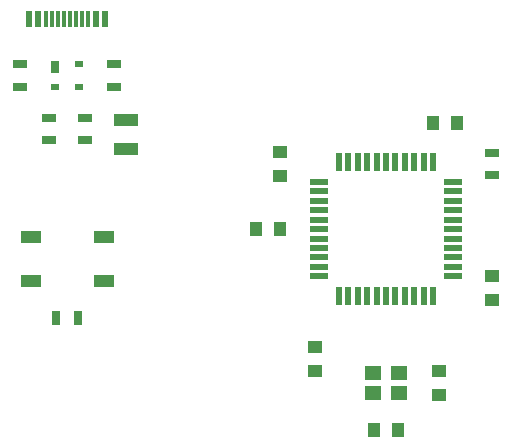
<source format=gtp>
G04 #@! TF.GenerationSoftware,KiCad,Pcbnew,(5.0.2)-1*
G04 #@! TF.CreationDate,2019-03-13T03:35:54-07:00*
G04 #@! TF.ProjectId,ssk-controller,73736b2d-636f-46e7-9472-6f6c6c65722e,rev?*
G04 #@! TF.SameCoordinates,Original*
G04 #@! TF.FileFunction,Paste,Top*
G04 #@! TF.FilePolarity,Positive*
%FSLAX46Y46*%
G04 Gerber Fmt 4.6, Leading zero omitted, Abs format (unit mm)*
G04 Created by KiCad (PCBNEW (5.0.2)-1) date 3/13/2019 3:35:54 AM*
%MOMM*%
%LPD*%
G01*
G04 APERTURE LIST*
%ADD10R,2.030000X1.140000*%
%ADD11R,1.300000X0.700000*%
%ADD12R,0.700000X1.300000*%
%ADD13R,1.800000X1.100000*%
%ADD14R,0.700000X0.600000*%
%ADD15R,0.700000X1.000000*%
%ADD16R,0.300000X1.450000*%
%ADD17R,0.600000X1.450000*%
%ADD18R,1.400000X1.200000*%
%ADD19R,0.550000X1.500000*%
%ADD20R,1.500000X0.550000*%
%ADD21R,1.250000X1.000000*%
%ADD22R,1.000000X1.250000*%
G04 APERTURE END LIST*
D10*
G04 #@! TO.C,F1*
X120000000Y-63300000D03*
X120000000Y-65700000D03*
G04 #@! TD*
D11*
G04 #@! TO.C,R67*
X116500000Y-64950000D03*
X116500000Y-63050000D03*
G04 #@! TD*
G04 #@! TO.C,R68*
X113500000Y-63050000D03*
X113500000Y-64950000D03*
G04 #@! TD*
D12*
G04 #@! TO.C,R70*
X115950000Y-80000000D03*
X114050000Y-80000000D03*
G04 #@! TD*
D11*
G04 #@! TO.C,R71*
X151000000Y-66050000D03*
X151000000Y-67950000D03*
G04 #@! TD*
G04 #@! TO.C,R73*
X119000000Y-60450000D03*
X119000000Y-58550000D03*
G04 #@! TD*
G04 #@! TO.C,R74*
X111000000Y-58550000D03*
X111000000Y-60450000D03*
G04 #@! TD*
D13*
G04 #@! TO.C,SW1*
X111900000Y-73150000D03*
X118100000Y-76850000D03*
X111900000Y-76850000D03*
X118100000Y-73150000D03*
G04 #@! TD*
D14*
G04 #@! TO.C,U2*
X116000000Y-60450000D03*
X114000000Y-60450000D03*
X116000000Y-58550000D03*
D15*
X114000000Y-58750000D03*
G04 #@! TD*
D16*
G04 #@! TO.C,USB1*
X115250000Y-54695000D03*
X114750000Y-54695000D03*
X114250000Y-54695000D03*
X115750000Y-54695000D03*
X113750000Y-54695000D03*
X116250000Y-54695000D03*
X113250000Y-54695000D03*
X116750000Y-54695000D03*
D17*
X117450000Y-54695000D03*
X112550000Y-54695000D03*
X118225000Y-54695000D03*
X111775000Y-54695000D03*
G04 #@! TD*
D18*
G04 #@! TO.C,Y1*
X143100000Y-86350000D03*
X140900000Y-86350000D03*
X140900000Y-84650000D03*
X143100000Y-84650000D03*
G04 #@! TD*
D19*
G04 #@! TO.C,U1*
X138000000Y-66800000D03*
X138800000Y-66800000D03*
X139600000Y-66800000D03*
X140400000Y-66800000D03*
X141200000Y-66800000D03*
X142000000Y-66800000D03*
X142800000Y-66800000D03*
X143600000Y-66800000D03*
X144400000Y-66800000D03*
X145200000Y-66800000D03*
X146000000Y-66800000D03*
D20*
X147700000Y-68500000D03*
X147700000Y-69300000D03*
X147700000Y-70100000D03*
X147700000Y-70900000D03*
X147700000Y-71700000D03*
X147700000Y-72500000D03*
X147700000Y-73300000D03*
X147700000Y-74100000D03*
X147700000Y-74900000D03*
X147700000Y-75700000D03*
X147700000Y-76500000D03*
D19*
X146000000Y-78200000D03*
X145200000Y-78200000D03*
X144400000Y-78200000D03*
X143600000Y-78200000D03*
X142800000Y-78200000D03*
X142000000Y-78200000D03*
X141200000Y-78200000D03*
X140400000Y-78200000D03*
X139600000Y-78200000D03*
X138800000Y-78200000D03*
X138000000Y-78200000D03*
D20*
X136300000Y-76500000D03*
X136300000Y-75700000D03*
X136300000Y-74900000D03*
X136300000Y-74100000D03*
X136300000Y-73300000D03*
X136300000Y-72500000D03*
X136300000Y-71700000D03*
X136300000Y-70900000D03*
X136300000Y-70100000D03*
X136300000Y-69300000D03*
X136300000Y-68500000D03*
G04 #@! TD*
D21*
G04 #@! TO.C,C2*
X133000000Y-68000000D03*
X133000000Y-66000000D03*
G04 #@! TD*
D22*
G04 #@! TO.C,C3*
X146000000Y-63500000D03*
X148000000Y-63500000D03*
G04 #@! TD*
D21*
G04 #@! TO.C,C4*
X136000000Y-82500000D03*
X136000000Y-84500000D03*
G04 #@! TD*
G04 #@! TO.C,C5*
X151000000Y-78500000D03*
X151000000Y-76500000D03*
G04 #@! TD*
D22*
G04 #@! TO.C,C6*
X131000000Y-72500000D03*
X133000000Y-72500000D03*
G04 #@! TD*
D21*
G04 #@! TO.C,C7*
X146500000Y-84500000D03*
X146500000Y-86500000D03*
G04 #@! TD*
D22*
G04 #@! TO.C,C8*
X143000000Y-89500000D03*
X141000000Y-89500000D03*
G04 #@! TD*
M02*

</source>
